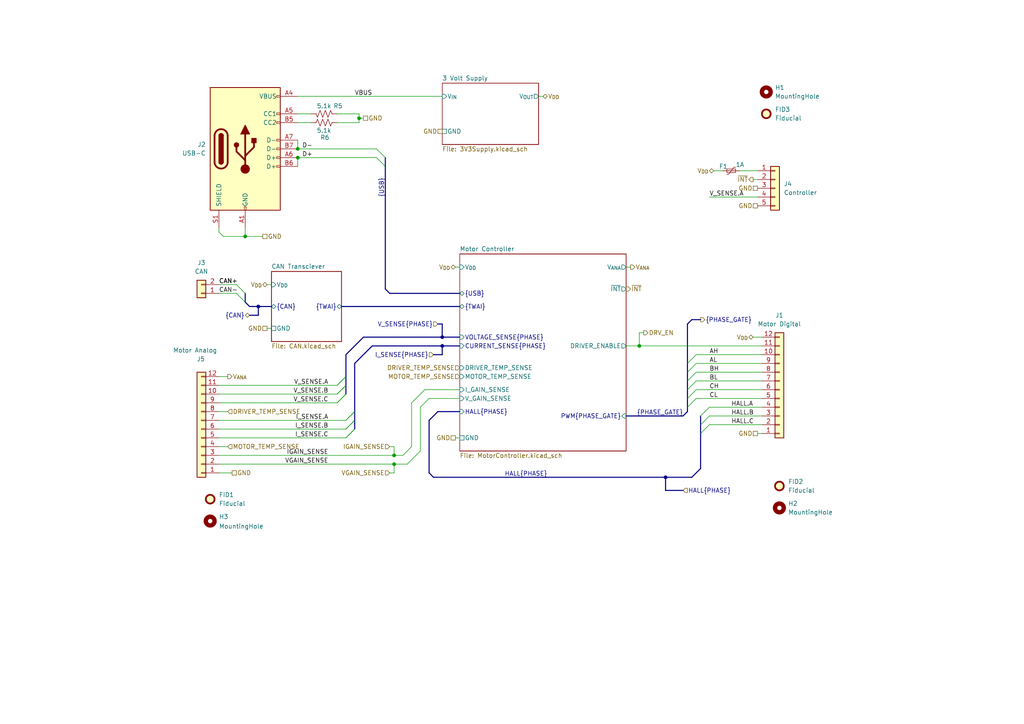
<source format=kicad_sch>
(kicad_sch (version 20231120) (generator "eeschema") (generator_version "8.0")
  (paper "A4")
  (title_block (title "OpenMC") (date "2024-04-04") (rev "0.1.1") (company "Nebula Labs") (comment 1 "Author: Orion Serup") (comment 2 "CC BY-SA"))
  (lib_symbols
    (symbol "Connector:USB_C_Receptacle_USB2.0_14P" (pin_names (offset 1.016))
      (property "Reference" "J" (at 0 22.225 0))
      (property "Value" "USB_C_Receptacle_USB2.0_14P" (at 0 19.685 0))
      (symbol "USB_C_Receptacle_USB2.0_14P_0_0"
        (rectangle (start -0.254 -17.78) (end 0.254 -16.764))
        (rectangle (start 10.16 -4.826) (end 9.144 -5.334))
        (rectangle (start 10.16 -2.286) (end 9.144 -2.794))
        (rectangle (start 10.16 0.254) (end 9.144 -0.254))
        (rectangle (start 10.16 2.794) (end 9.144 2.286))
        (rectangle (start 10.16 7.874) (end 9.144 7.366))
        (rectangle (start 10.16 10.414) (end 9.144 9.906))
        (rectangle (start 10.16 15.494) (end 9.144 14.986))
      )
      (symbol "USB_C_Receptacle_USB2.0_14P_0_1"
        (rectangle (start -10.16 17.78) (end 10.16 -17.78) (stroke (width 0.254)) (fill (type background)))
        (arc (start -8.89 -3.81) (mid -6.985 -5.7067) (end -5.08 -3.81) (stroke (width 0.508)))
        (arc (start -7.62 -3.81) (mid -6.985 -4.4423) (end -6.35 -3.81) (stroke (width 0.254)))
        (arc (start -7.62 -3.81) (mid -6.985 -4.4423) (end -6.35 -3.81) (stroke (width 0.254)) (fill (type outline)))
        (rectangle (start -7.62 -3.81) (end -6.35 3.81) (stroke (width 0.254)) (fill (type outline)))
        (arc (start -6.35 3.81) (mid -6.985 4.4423) (end -7.62 3.81) (stroke (width 0.254)))
        (arc (start -6.35 3.81) (mid -6.985 4.4423) (end -7.62 3.81) (stroke (width 0.254)) (fill (type outline)))
        (arc (start -5.08 3.81) (mid -6.985 5.7067) (end -8.89 3.81) (stroke (width 0.508)))
        (circle (center -2.54 1.143) (radius 0.635) (stroke (width 0.254)) (fill (type outline)))
        (circle (center 0 -5.842) (radius 1.27) (fill (type outline)))
        (polyline (pts (xy -8.89 -3.81) (xy -8.89 3.81)) (stroke (width 0.508)))
        (polyline (pts (xy -5.08 3.81) (xy -5.08 -3.81)) (stroke (width 0.508)))
        (polyline (pts (xy 0 -5.842) (xy 0 4.318)) (stroke (width 0.508)))
        (polyline (pts (xy 0 -3.302) (xy -2.54 -0.762) (xy -2.54 0.508)) (stroke (width 0.508)))
        (polyline (pts (xy 0 -2.032) (xy 2.54 0.508) (xy 2.54 1.778)) (stroke (width 0.508)))
        (polyline (pts (xy -1.27 4.318) (xy 0 6.858) (xy 1.27 4.318) (xy -1.27 4.318)) (stroke (width 0.254)) (fill (type outline)))
        (rectangle (start 1.905 1.778) (end 3.175 3.048) (stroke (width 0.254)) (fill (type outline)))
      )
      (symbol "USB_C_Receptacle_USB2.0_14P_1_1"
        (pin passive line (at 0 -22.86 90) (length 5.08) (name "GND") (number "A1"))
        (pin passive line (at 0 -22.86 90) (length 5.08) hide (name "GND") (number "A12"))
        (pin passive line (at 15.24 15.24 180) (length 5.08) (name "VBUS") (number "A4"))
        (pin bidirectional line (at 15.24 10.16 180) (length 5.08) (name "CC1") (number "A5"))
        (pin bidirectional line (at 15.24 -2.54 180) (length 5.08) (name "D+") (number "A6"))
        (pin bidirectional line (at 15.24 2.54 180) (length 5.08) (name "D-") (number "A7"))
        (pin passive line (at 15.24 15.24 180) (length 5.08) hide (name "VBUS") (number "A9"))
        (pin passive line (at 0 -22.86 90) (length 5.08) hide (name "GND") (number "B1"))
        (pin passive line (at 0 -22.86 90) (length 5.08) hide (name "GND") (number "B12"))
        (pin passive line (at 15.24 15.24 180) (length 5.08) hide (name "VBUS") (number "B4"))
        (pin bidirectional line (at 15.24 7.62 180) (length 5.08) (name "CC2") (number "B5"))
        (pin bidirectional line (at 15.24 -5.08 180) (length 5.08) (name "D+") (number "B6"))
        (pin bidirectional line (at 15.24 0 180) (length 5.08) (name "D-") (number "B7"))
        (pin passive line (at 15.24 15.24 180) (length 5.08) hide (name "VBUS") (number "B9"))
        (pin passive line (at -7.62 -22.86 90) (length 5.08) (name "SHIELD") (number "S1"))
      )
    )
    (symbol "Connector_Generic:Conn_01x02" (pin_names (offset 1.016) hide)
      (property "Reference" "J" (at 0 2.54 0))
      (property "Value" "Conn_01x02" (at 0 -5.08 0))
      (symbol "Conn_01x02_1_1"
        (rectangle (start -1.27 -2.413) (end 0 -2.667) (stroke (width 0.1524)))
        (rectangle (start -1.27 0.127) (end 0 -0.127) (stroke (width 0.1524)))
        (rectangle (start -1.27 1.27) (end 1.27 -3.81) (stroke (width 0.254)) (fill (type background)))
        (pin passive line (at -5.08 0 0) (length 3.81) (name "Pin_1") (number "1"))
        (pin passive line (at -5.08 -2.54 0) (length 3.81) (name "Pin_2") (number "2"))
      )
    )
    (symbol "Connector_Generic:Conn_01x05" (pin_names (offset 1.016) hide)
      (property "Reference" "J" (at 0 7.62 0))
      (property "Value" "Conn_01x05" (at 0 -7.62 0))
      (symbol "Conn_01x05_1_1"
        (rectangle (start -1.27 -4.953) (end 0 -5.207) (stroke (width 0.1524)))
        (rectangle (start -1.27 -2.413) (end 0 -2.667) (stroke (width 0.1524)))
        (rectangle (start -1.27 0.127) (end 0 -0.127) (stroke (width 0.1524)))
        (rectangle (start -1.27 2.667) (end 0 2.413) (stroke (width 0.1524)))
        (rectangle (start -1.27 5.207) (end 0 4.953) (stroke (width 0.1524)))
        (rectangle (start -1.27 6.35) (end 1.27 -6.35) (stroke (width 0.254)) (fill (type background)))
        (pin passive line (at -5.08 5.08 0) (length 3.81) (name "Pin_1") (number "1"))
        (pin passive line (at -5.08 2.54 0) (length 3.81) (name "Pin_2") (number "2"))
        (pin passive line (at -5.08 0 0) (length 3.81) (name "Pin_3") (number "3"))
        (pin passive line (at -5.08 -2.54 0) (length 3.81) (name "Pin_4") (number "4"))
        (pin passive line (at -5.08 -5.08 0) (length 3.81) (name "Pin_5") (number "5"))
      )
    )
    (symbol "Connector_Generic:Conn_01x12" (pin_names (offset 1.016) hide)
      (property "Reference" "J" (at 0 15.24 0))
      (property "Value" "Conn_01x12" (at 0 -17.78 0))
      (symbol "Conn_01x12_1_1"
        (rectangle (start -1.27 -15.113) (end 0 -15.367) (stroke (width 0.1524)))
        (rectangle (start -1.27 -12.573) (end 0 -12.827) (stroke (width 0.1524)))
        (rectangle (start -1.27 -10.033) (end 0 -10.287) (stroke (width 0.1524)))
        (rectangle (start -1.27 -7.493) (end 0 -7.747) (stroke (width 0.1524)))
        (rectangle (start -1.27 -4.953) (end 0 -5.207) (stroke (width 0.1524)))
        (rectangle (start -1.27 -2.413) (end 0 -2.667) (stroke (width 0.1524)))
        (rectangle (start -1.27 0.127) (end 0 -0.127) (stroke (width 0.1524)))
        (rectangle (start -1.27 2.667) (end 0 2.413) (stroke (width 0.1524)))
        (rectangle (start -1.27 5.207) (end 0 4.953) (stroke (width 0.1524)))
        (rectangle (start -1.27 7.747) (end 0 7.493) (stroke (width 0.1524)))
        (rectangle (start -1.27 10.287) (end 0 10.033) (stroke (width 0.1524)))
        (rectangle (start -1.27 12.827) (end 0 12.573) (stroke (width 0.1524)))
        (rectangle (start -1.27 13.97) (end 1.27 -16.51) (stroke (width 0.254)) (fill (type background)))
        (pin passive line (at -5.08 12.7 0) (length 3.81) (name "Pin_1") (number "1"))
        (pin passive line (at -5.08 -10.16 0) (length 3.81) (name "Pin_10") (number "10"))
        (pin passive line (at -5.08 -12.7 0) (length 3.81) (name "Pin_11") (number "11"))
        (pin passive line (at -5.08 -15.24 0) (length 3.81) (name "Pin_12") (number "12"))
        (pin passive line (at -5.08 10.16 0) (length 3.81) (name "Pin_2") (number "2"))
        (pin passive line (at -5.08 7.62 0) (length 3.81) (name "Pin_3") (number "3"))
        (pin passive line (at -5.08 5.08 0) (length 3.81) (name "Pin_4") (number "4"))
        (pin passive line (at -5.08 2.54 0) (length 3.81) (name "Pin_5") (number "5"))
        (pin passive line (at -5.08 0 0) (length 3.81) (name "Pin_6") (number "6"))
        (pin passive line (at -5.08 -2.54 0) (length 3.81) (name "Pin_7") (number "7"))
        (pin passive line (at -5.08 -5.08 0) (length 3.81) (name "Pin_8") (number "8"))
        (pin passive line (at -5.08 -7.62 0) (length 3.81) (name "Pin_9") (number "9"))
      )
    )
    (symbol "Device:Polyfuse_Small" (pin_numbers hide) (pin_names (offset 0))
      (property "Reference" "F" (at -1.905 0 90))
      (property "Value" "Polyfuse_Small" (at 1.905 0 90))
      (symbol "Polyfuse_Small_0_1"
        (rectangle (start -0.508 1.27) (end 0.508 -1.27))
        (polyline (pts (xy 0 2.54) (xy 0 -2.54)))
        (polyline (pts (xy -1.016 1.27) (xy -1.016 0.762) (xy 1.016 -0.762) (xy 1.016 -1.27)))
      )
      (symbol "Polyfuse_Small_1_1"
        (pin passive line (at 0 2.54 270) (length 0.635) (name "~") (number "1"))
        (pin passive line (at 0 -2.54 90) (length 0.635) (name "~") (number "2"))
      )
    )
    (symbol "Device:R_US" (pin_numbers hide) (pin_names (offset 0))
      (property "Reference" "R" (at 2.54 0 90))
      (property "Value" "R_US" (at -2.54 0 90))
      (symbol "R_US_0_1"
        (polyline (pts (xy 0 -2.286) (xy 0 -2.54)))
        (polyline (pts (xy 0 2.286) (xy 0 2.54)))
        (polyline (pts (xy 0 -0.762) (xy 1.016 -1.143) (xy 0 -1.524) (xy -1.016 -1.905) (xy 0 -2.286)))
        (polyline (pts (xy 0 0.762) (xy 1.016 0.381) (xy 0 0) (xy -1.016 -0.381) (xy 0 -0.762)))
        (polyline (pts (xy 0 2.286) (xy 1.016 1.905) (xy 0 1.524) (xy -1.016 1.143) (xy 0 0.762)))
      )
      (symbol "R_US_1_1"
        (pin passive line (at 0 3.81 270) (length 1.27) (name "~") (number "1"))
        (pin passive line (at 0 -3.81 90) (length 1.27) (name "~") (number "2"))
      )
    )
    (symbol "Mechanical:Fiducial" (exclude_from_sim yes) (in_bom no)
      (property "Reference" "FID" (at 0 5.08 0))
      (property "Value" "Fiducial" (at 0 3.175 0))
      (symbol "Fiducial_0_1"
        (circle (center 0 0) (radius 1.27) (stroke (width 0.508)) (fill (type background)))
      )
    )
    (symbol "Mechanical:MountingHole" (pin_names (offset 1.016)) (exclude_from_sim yes) (in_bom no)
      (property "Reference" "H" (at 0 5.08 0))
      (property "Value" "MountingHole" (at 0 3.175 0))
      (symbol "MountingHole_0_1"
        (circle (center 0 0) (radius 1.27) (stroke (width 1.27)))
      )
    )
  )
  (junction (at 128.27 97.79))
  (junction (at 104.14 34.29))
  (junction (at 128.27 100.33))
  (junction (at 114.3 134.62))
  (junction (at 86.36 43.18))
  (junction (at 185.42 100.33))
  (junction (at 86.36 45.72))
  (junction (at 71.12 68.58))
  (junction (at 193.04 138.43))
  (junction (at 114.3 132.08))
  (junction (at 74.93 88.9))
  (bus_entry (at 203.2 125.73) (size 2.54 -2.54))
  (bus_entry (at 102.87 121.92) (size -2.54 2.54))
  (bus_entry (at 71.12 87.63) (size -2.54 -2.54))
  (bus_entry (at 199.39 113.03) (size 2.54 -2.54))
  (bus_entry (at 100.33 109.22) (size -2.54 2.54))
  (bus_entry (at 203.2 120.65) (size 2.54 -2.54))
  (bus_entry (at 199.39 107.95) (size 2.54 -2.54))
  (bus_entry (at 102.87 119.38) (size -2.54 2.54))
  (bus_entry (at 102.87 124.46) (size -2.54 2.54))
  (bus_entry (at 199.39 115.57) (size 2.54 -2.54))
  (bus_entry (at 100.33 109.22) (size -2.54 2.54))
  (bus_entry (at 100.33 114.3) (size -2.54 2.54))
  (bus_entry (at 111.76 48.26) (size -2.54 -2.54))
  (bus_entry (at 100.33 111.76) (size -2.54 2.54))
  (bus_entry (at 100.33 114.3) (size -2.54 2.54))
  (bus_entry (at 102.87 119.38) (size -2.54 2.54))
  (bus_entry (at 102.87 124.46) (size -2.54 2.54))
  (bus_entry (at 100.33 111.76) (size -2.54 2.54))
  (bus_entry (at 71.12 85.09) (size -2.54 -2.54))
  (bus_entry (at 199.39 105.41) (size 2.54 -2.54))
  (bus_entry (at 102.87 121.92) (size -2.54 2.54))
  (bus_entry (at 199.39 118.11) (size 2.54 -2.54))
  (bus_entry (at 203.2 123.19) (size 2.54 -2.54))
  (bus_entry (at 111.76 45.72) (size -2.54 -2.54))
  (bus_entry (at 199.39 110.49) (size 2.54 -2.54))
  (wire (pts (xy 86.36 27.94) (xy 128.27 27.94)))
  (bus (pts (xy 128.27 100.33) (xy 128.27 102.87)))
  (bus (pts (xy 72.39 88.9) (xy 71.12 87.63)))
  (bus (pts (xy 199.39 115.57) (xy 199.39 118.11)))
  (wire (pts (xy 124.46 115.57) (xy 133.35 115.57)))
  (wire (pts (xy 97.79 111.76) (xy 63.5 111.76)))
  (wire (pts (xy 105.41 34.29) (xy 104.14 34.29)))
  (bus (pts (xy 71.12 85.09) (xy 71.12 87.63)))
  (bus (pts (xy 111.76 48.26) (xy 111.76 83.82)))
  (wire (pts (xy 97.79 116.84) (xy 63.5 116.84)))
  (wire (pts (xy 97.79 114.3) (xy 63.5 114.3)))
  (wire (pts (xy 181.61 77.47) (xy 182.88 77.47)))
  (wire (pts (xy 97.79 35.56) (xy 104.14 35.56)))
  (wire (pts (xy 63.5 66.04) (xy 63.5 67.31)))
  (wire (pts (xy 71.12 66.04) (xy 71.12 68.58)))
  (wire (pts (xy 63.5 121.92) (xy 100.33 121.92)))
  (bus (pts (xy 199.39 113.03) (xy 199.39 115.57)))
  (wire (pts (xy 181.61 100.33) (xy 185.42 100.33)))
  (bus (pts (xy 127 119.38) (xy 124.46 121.92)))
  (wire (pts (xy 207.01 49.53) (xy 209.55 49.53)))
  (wire (pts (xy 201.93 110.49) (xy 220.98 110.49)))
  (wire (pts (xy 201.93 107.95) (xy 220.98 107.95)))
  (wire (pts (xy 71.12 68.58) (xy 64.77 68.58)))
  (bus (pts (xy 199.39 118.11) (xy 199.39 119.38)))
  (wire (pts (xy 100.33 127) (xy 63.5 127)))
  (wire (pts (xy 86.36 45.72) (xy 109.22 45.72)))
  (bus (pts (xy 199.39 105.41) (xy 199.39 93.98)))
  (wire (pts (xy 156.21 27.94) (xy 157.48 27.94)))
  (wire (pts (xy 185.42 96.52) (xy 186.69 96.52)))
  (bus (pts (xy 199.39 110.49) (xy 199.39 113.03)))
  (bus (pts (xy 100.33 111.76) (xy 100.33 114.3)))
  (bus (pts (xy 72.39 91.44) (xy 74.93 91.44)))
  (bus (pts (xy 181.61 120.65) (xy 198.12 120.65)))
  (wire (pts (xy 114.3 129.54) (xy 113.03 129.54)))
  (wire (pts (xy 63.5 134.62) (xy 114.3 134.62)))
  (wire (pts (xy 63.5 132.08) (xy 114.3 132.08)))
  (bus (pts (xy 203.2 92.71) (xy 200.66 92.71)))
  (wire (pts (xy 124.46 115.57) (xy 121.92 118.11)))
  (wire (pts (xy 214.63 49.53) (xy 219.71 49.53)))
  (wire (pts (xy 64.77 68.58) (xy 63.5 67.31)))
  (wire (pts (xy 205.74 57.15) (xy 219.71 57.15)))
  (wire (pts (xy 86.36 43.18) (xy 109.22 43.18)))
  (wire (pts (xy 77.47 82.55) (xy 78.74 82.55)))
  (bus (pts (xy 193.04 138.43) (xy 193.04 142.24)))
  (bus (pts (xy 200.66 92.71) (xy 199.39 93.98)))
  (bus (pts (xy 72.39 88.9) (xy 74.93 88.9)))
  (wire (pts (xy 114.3 134.62) (xy 118.11 134.62)))
  (bus (pts (xy 105.41 97.79) (xy 100.33 102.87)))
  (bus (pts (xy 105.41 97.79) (xy 128.27 97.79)))
  (wire (pts (xy 205.74 120.65) (xy 220.98 120.65)))
  (wire (pts (xy 90.17 35.56) (xy 86.36 35.56)))
  (bus (pts (xy 199.39 107.95) (xy 199.39 110.49)))
  (bus (pts (xy 203.2 125.73) (xy 203.2 135.89)))
  (bus (pts (xy 102.87 105.41) (xy 102.87 119.38)))
  (wire (pts (xy 121.92 118.11) (xy 121.92 130.81)))
  (wire (pts (xy 201.93 115.57) (xy 220.98 115.57)))
  (wire (pts (xy 77.47 95.25) (xy 78.74 95.25)))
  (wire (pts (xy 114.3 134.62) (xy 114.3 137.16)))
  (wire (pts (xy 97.79 33.02) (xy 104.14 33.02)))
  (wire (pts (xy 201.93 113.03) (xy 220.98 113.03)))
  (bus (pts (xy 107.95 100.33) (xy 128.27 100.33)))
  (wire (pts (xy 66.04 119.38) (xy 63.5 119.38)))
  (wire (pts (xy 119.38 116.84) (xy 123.19 113.03)))
  (wire (pts (xy 76.2 68.58) (xy 71.12 68.58)))
  (wire (pts (xy 63.5 124.46) (xy 100.33 124.46)))
  (wire (pts (xy 116.84 132.08) (xy 119.38 129.54)))
  (wire (pts (xy 67.31 137.16) (xy 63.5 137.16)))
  (bus (pts (xy 200.66 138.43) (xy 203.2 135.89)))
  (wire (pts (xy 90.17 33.02) (xy 86.36 33.02)))
  (bus (pts (xy 102.87 121.92) (xy 102.87 124.46)))
  (bus (pts (xy 128.27 93.98) (xy 128.27 97.79)))
  (bus (pts (xy 203.2 120.65) (xy 203.2 123.19)))
  (wire (pts (xy 123.19 113.03) (xy 133.35 113.03)))
  (wire (pts (xy 185.42 100.33) (xy 220.98 100.33)))
  (wire (pts (xy 219.71 125.73) (xy 220.98 125.73)))
  (bus (pts (xy 125.73 138.43) (xy 193.04 138.43)))
  (wire (pts (xy 114.3 129.54) (xy 114.3 132.08)))
  (bus (pts (xy 99.06 88.9) (xy 133.35 88.9)))
  (bus (pts (xy 127 119.38) (xy 133.35 119.38)))
  (wire (pts (xy 121.92 130.81) (xy 118.11 134.62)))
  (wire (pts (xy 218.44 97.79) (xy 220.98 97.79)))
  (wire (pts (xy 63.5 129.54) (xy 66.04 129.54)))
  (bus (pts (xy 198.12 120.65) (xy 199.39 119.38)))
  (wire (pts (xy 185.42 96.52) (xy 185.42 100.33)))
  (wire (pts (xy 86.36 40.64) (xy 86.36 43.18)))
  (bus (pts (xy 128.27 97.79) (xy 133.35 97.79)))
  (bus (pts (xy 107.95 100.33) (xy 102.87 105.41)))
  (wire (pts (xy 63.5 82.55) (xy 68.58 82.55)))
  (wire (pts (xy 86.36 45.72) (xy 86.36 48.26)))
  (wire (pts (xy 201.93 102.87) (xy 220.98 102.87)))
  (wire (pts (xy 132.08 127) (xy 133.35 127)))
  (wire (pts (xy 63.5 109.22) (xy 66.04 109.22)))
  (bus (pts (xy 127 93.98) (xy 128.27 93.98)))
  (bus (pts (xy 133.35 100.33) (xy 128.27 100.33)))
  (bus (pts (xy 193.04 138.43) (xy 200.66 138.43)))
  (wire (pts (xy 104.14 34.29) (xy 104.14 35.56)))
  (bus (pts (xy 100.33 102.87) (xy 100.33 109.22)))
  (bus (pts (xy 125.73 102.87) (xy 128.27 102.87)))
  (bus (pts (xy 113.03 85.09) (xy 133.35 85.09)))
  (wire (pts (xy 63.5 85.09) (xy 68.58 85.09)))
  (bus (pts (xy 113.03 85.09) (xy 111.76 83.82)))
  (wire (pts (xy 205.74 118.11) (xy 220.98 118.11)))
  (wire (pts (xy 205.74 123.19) (xy 220.98 123.19)))
  (wire (pts (xy 132.08 77.47) (xy 133.35 77.47)))
  (wire (pts (xy 201.93 105.41) (xy 220.98 105.41)))
  (bus (pts (xy 100.33 109.22) (xy 100.33 111.76)))
  (bus (pts (xy 74.93 88.9) (xy 78.74 88.9)))
  (bus (pts (xy 102.87 119.38) (xy 102.87 121.92)))
  (bus (pts (xy 193.04 142.24) (xy 198.12 142.24)))
  (bus (pts (xy 74.93 88.9) (xy 74.93 91.44)))
  (wire (pts (xy 218.44 52.07) (xy 219.71 52.07)))
  (wire (pts (xy 114.3 132.08) (xy 116.84 132.08)))
  (bus (pts (xy 199.39 105.41) (xy 199.39 107.95)))
  (bus (pts (xy 111.76 45.72) (xy 111.76 48.26)))
  (bus (pts (xy 124.46 121.92) (xy 124.46 137.16)))
  (bus (pts (xy 124.46 137.16) (xy 125.73 138.43)))
  (wire (pts (xy 104.14 34.29) (xy 104.14 33.02)))
  (wire (pts (xy 119.38 129.54) (xy 119.38 116.84)))
  (wire (pts (xy 114.3 137.16) (xy 113.03 137.16)))
  (bus (pts (xy 203.2 123.19) (xy 203.2 125.73)))
  (label "D-" (at 87.63 43.18 0))
  (label "V_SENSE.B" (at 95.25 114.3 180))
  (label "CAN+" (at 63.5 82.55 0))
  (label "CL" (at 205.74 115.57 0))
  (label "V_SENSE.A" (at 205.74 57.15 0))
  (label "CH" (at 205.74 113.03 0))
  (label "HALL.B" (at 212.09 120.65 0))
  (label "I_SENSE.B" (at 95.25 124.46 180))
  (label "AL" (at 205.74 105.41 0))
  (label "I_SENSE.C" (at 95.25 127 180))
  (label "VBUS" (at 102.87 27.94 0))
  (label "D+" (at 87.63 45.72 0))
  (label "CAN+" (at 63.5 82.55 0))
  (label "VGAIN_SENSE" (at 95.25 134.62 180))
  (label "BH" (at 205.74 107.95 0))
  (label "BL" (at 205.74 110.49 0))
  (label "{USB}" (at 111.76 57.15 90))
  (label "HALL.C" (at 212.09 123.19 0))
  (label "{PHASE_GATE}" (at 198.12 120.65 180))
  (label "HALL{PHASE}" (at 158.75 138.43 180))
  (label "V_SENSE.C" (at 95.25 116.84 180))
  (label "AH" (at 205.74 102.87 0))
  (label "V_SENSE.A" (at 95.25 111.76 180))
  (label "HALL.A" (at 212.09 118.11 0))
  (label "CAN-" (at 63.5 85.09 0))
  (label "I_SENSE.A" (at 95.25 121.92 180))
  (label "IGAIN_SENSE" (at 95.25 132.08 180))
  (hierarchical_label "VGAIN_SENSE" (shape input) (at 113.03 137.16 180))
  (hierarchical_label "DRIVER_TEMP_SENSE" (shape input) (at 66.04 119.38 0))
  (hierarchical_label "~{INT}" (shape output) (at 218.44 52.07 180))
  (hierarchical_label "MOTOR_TEMP_SENSE" (shape input) (at 133.35 109.22 180))
  (hierarchical_label "GND" (shape passive) (at 77.47 95.25 180))
  (hierarchical_label "GND" (shape passive) (at 128.27 38.1 180))
  (hierarchical_label "DRIVER_TEMP_SENSE" (shape input) (at 133.35 106.68 180))
  (hierarchical_label "DRV_EN" (shape output) (at 186.69 96.52 0))
  (hierarchical_label "GND" (shape passive) (at 132.08 127 180))
  (hierarchical_label "V_{ANA}" (shape output) (at 182.88 77.47 0))
  (hierarchical_label "MOTOR_TEMP_SENSE" (shape input) (at 66.04 129.54 0))
  (hierarchical_label "V_{ANA}" (shape output) (at 66.04 109.22 0))
  (hierarchical_label "V_{DD}" (shape bidirectional) (at 218.44 97.79 180))
  (hierarchical_label "GND" (shape passive) (at 219.71 125.73 180))
  (hierarchical_label "V_SENSE{PHASE}" (shape input) (at 127 93.98 180))
  (hierarchical_label "GND" (shape passive) (at 219.71 59.69 180))
  (hierarchical_label "HALL{PHASE}" (shape input) (at 198.12 142.24 0))
  (hierarchical_label "GND" (shape passive) (at 219.71 54.61 180))
  (hierarchical_label "{CAN}" (shape bidirectional) (at 72.39 91.44 180))
  (hierarchical_label "~{INT}" (shape output) (at 181.61 83.82 0))
  (hierarchical_label "V_{DD}" (shape bidirectional) (at 77.47 82.55 180))
  (hierarchical_label "V_{DD}" (shape bidirectional) (at 132.08 77.47 180))
  (hierarchical_label "GND" (shape passive) (at 76.2 68.58 0))
  (hierarchical_label "V_{DD}" (shape bidirectional) (at 207.01 49.53 180))
  (hierarchical_label "GND" (shape passive) (at 67.31 137.16 0))
  (hierarchical_label "I_SENSE{PHASE}" (shape input) (at 125.73 102.87 180))
  (hierarchical_label "IGAIN_SENSE" (shape input) (at 113.03 129.54 180))
  (hierarchical_label "{PHASE_GATE}" (shape output) (at 203.2 92.71 0))
  (hierarchical_label "GND" (shape passive) (at 105.41 34.29 0))
  (hierarchical_label "V_{DD}" (shape bidirectional) (at 157.48 27.94 0))
  (symbol (lib_id "Device:R_US") (at 93.98 33.02 270) (mirror x) (unit 1)
    (property "Reference" "R5" (at 98.044 30.734 90))
    (property "Value" "5.1k" (at 93.98 30.734 90))
    (property "Footprint" "Resistor_SMD:R_0603_1608Metric" (effects (hide yes)))
    (property "Description" "Resistor, US symbol" (effects (hide yes)))
  )
  (symbol (lib_id "Mechanical:MountingHole") (at 60.96 151.13 0) (unit 1) (exclude_from_sim yes) (in_bom no)
    (property "Reference" "H3" (at 63.5 149.8599 0) (effects (justify left)))
    (property "Value" "MountingHole" (at 63.5 152.654 0) (effects (justify left)))
    (property "Footprint" "MountingHole:MountingHole_2.2mm_M2" (effects (hide yes)))
    (property "Description" "Mounting Hole without connection" (effects (hide yes)))
  )
  (symbol (lib_id "Mechanical:Fiducial") (at 60.96 144.78 0) (unit 1) (exclude_from_sim yes) (in_bom no)
    (property "Reference" "FID1" (at 63.5 143.5099 0) (effects (justify left)))
    (property "Value" "Fiducial" (at 63.5 146.0499 0) (effects (justify left)))
    (property "Footprint" "Fiducial:Fiducial_0.5mm_Mask1mm" (effects (hide yes)))
    (property "Description" "Fiducial Marker" (effects (hide yes)))
  )
  (symbol (lib_id "Device:Polyfuse_Small") (at 212.09 49.53 90) (unit 1)
    (property "Reference" "F1" (at 209.804 48.26 90))
    (property "Value" "1A" (at 214.63 47.752 90))
    (property "Footprint" "Fuse:Fuse_0603_1608Metric" (effects (hide yes)))
    (property "Description" "Resettable fuse, polymeric positive temperature coefficient, small symbol" (effects (hide yes)))
  )
  (symbol (lib_id "Connector_Generic:Conn_01x12") (at 226.06 113.03 0) (mirror x) (unit 1)
    (property "Reference" "J1" (at 226.06 91.44 0))
    (property "Value" "Motor Digital" (at 226.06 93.98 0))
    (property "Footprint" "Connector_JST:JST_SH_SM12B-SRSS-TB_1x12-1MP_P1.00mm_Horizontal" (effects (hide yes)))
    (property "Description" "Generic connector, single row, 01x12, script generated (kicad-library-utils/schlib/autogen/connector/)" (effects (hide yes)))
  )
  (symbol (lib_id "Mechanical:Fiducial") (at 226.06 140.97 0) (unit 1) (exclude_from_sim yes) (in_bom no)
    (property "Reference" "FID2" (at 228.6 139.6999 0) (effects (justify left)))
    (property "Value" "Fiducial" (at 228.6 142.2399 0) (effects (justify left)))
    (property "Footprint" "Fiducial:Fiducial_0.5mm_Mask1mm" (effects (hide yes)))
    (property "Description" "Fiducial Marker" (effects (hide yes)))
  )
  (symbol (lib_id "Connector:USB_C_Receptacle_USB2.0_14P") (at 71.12 43.18 0) (unit 1)
    (property "Reference" "J2" (at 59.69 41.9099 0) (effects (justify right)))
    (property "Value" "USB-C" (at 59.69 44.4499 0) (effects (justify right)))
    (property "Footprint" "Connector_USB:USB_C_Receptacle_GCT_USB4105-xx-A_16P_TopMnt_Horizontal" (effects (hide yes)))
    (property "Datasheet" "https://www.usb.org/sites/default/files/documents/usb_type-c.zip" (effects (hide yes)))
    (property "Description" "USB 2.0-only 14P Type-C Receptacle connector" (effects (hide yes)))
  )
  (symbol (lib_id "Mechanical:MountingHole") (at 226.06 147.32 0) (unit 1) (exclude_from_sim yes) (in_bom no)
    (property "Reference" "H2" (at 228.6 146.0499 0) (effects (justify left)))
    (property "Value" "MountingHole" (at 228.6 148.5899 0) (effects (justify left)))
    (property "Footprint" "MountingHole:MountingHole_2.2mm_M2" (effects (hide yes)))
    (property "Description" "Mounting Hole without connection" (effects (hide yes)))
  )
  (symbol (lib_id "Device:R_US") (at 93.98 35.56 270) (unit 1)
    (property "Reference" "R6" (at 94.234 39.878 90))
    (property "Value" "5.1k" (at 93.98 37.846 90))
    (property "Footprint" "Resistor_SMD:R_0603_1608Metric" (effects (hide yes)))
    (property "Description" "Resistor, US symbol" (effects (hide yes)))
  )
  (symbol (lib_id "Connector_Generic:Conn_01x02") (at 58.42 85.09 180) (unit 1)
    (property "Reference" "J3" (at 58.42 76.2 0))
    (property "Value" "CAN" (at 58.42 78.74 0))
    (property "Footprint" "Connector_JST:JST_SH_SM02B-SRSS-TB_1x02-1MP_P1.00mm_Horizontal" (effects (hide yes)))
    (property "Description" "Generic connector, single row, 01x02, script generated (kicad-library-utils/schlib/autogen/connector/)" (effects (hide yes)))
  )
  (symbol (lib_id "Mechanical:Fiducial") (at 222.25 33.02 0) (unit 1) (exclude_from_sim yes) (in_bom no)
    (property "Reference" "FID3" (at 224.79 31.7499 0) (effects (justify left)))
    (property "Value" "Fiducial" (at 224.79 34.2899 0) (effects (justify left)))
    (property "Footprint" "Fiducial:Fiducial_0.5mm_Mask1mm" (effects (hide yes)))
    (property "Description" "Fiducial Marker" (effects (hide yes)))
  )
  (symbol (lib_id "Connector_Generic:Conn_01x05") (at 224.79 54.61 0) (unit 1)
    (property "Reference" "J4" (at 227.33 53.3399 0) (effects (justify left)))
    (property "Value" "Controller" (at 227.33 55.8799 0) (effects (justify left)))
    (property "Footprint" "Connector_JST:JST_SH_SM05B-SRSS-TB_1x05-1MP_P1.00mm_Horizontal" (effects (hide yes)))
    (property "Description" "Generic connector, single row, 01x05, script generated (kicad-library-utils/schlib/autogen/connector/)" (effects (hide yes)))
  )
  (symbol (lib_id "Connector_Generic:Conn_01x12") (at 58.42 124.46 180) (unit 1)
    (property "Reference" "J5" (at 59.436 104.14 0) (effects (justify left)))
    (property "Value" "Motor Analog" (at 62.992 101.6 0) (effects (justify left)))
    (property "Footprint" "Connector_JST:JST_SH_SM12B-SRSS-TB_1x12-1MP_P1.00mm_Horizontal" (effects (hide yes)))
    (property "Description" "Generic connector, single row, 01x12, script generated (kicad-library-utils/schlib/autogen/connector/)" (effects (hide yes)))
  )
  (symbol (lib_id "Mechanical:MountingHole") (at 222.25 26.67 0) (unit 1) (exclude_from_sim yes) (in_bom no)
    (property "Reference" "H1" (at 224.79 25.3999 0) (effects (justify left)))
    (property "Value" "MountingHole" (at 224.79 27.9399 0) (effects (justify left)))
    (property "Footprint" "MountingHole:MountingHole_2.2mm_M2" (effects (hide yes)))
    (property "Description" "Mounting Hole without connection" (effects (hide yes)))
  )
  (sheet (at 128.27 24.13) (size 27.94 17.78) (stroke (width 0.1524))
    (property "Sheetname" "3 Volt Supply" (at 128.27 23.4184 0) (effects (justify left bottom)))
    (property "Sheetfile" "3V3Supply.kicad_sch" (at 128.27 42.4946 0) (effects (justify left top)))
    (pin "V_{IN}" input (at 128.27 27.94 180))
    (pin "GND" passive (at 128.27 38.1 180))
    (pin "V_{OUT}" output (at 156.21 27.94 0))
  )
  (sheet (at 133.35 73.66) (size 48.26 57.15) (stroke (width 0.1524))
    (property "Sheetname" "Motor Controller " (at 133.35 72.9484 0) (effects (justify left bottom)))
    (property "Sheetfile" "MotorController.kicad_sch" (at 133.35 131.3946 0) (effects (justify left top)))
    (pin "DRIVER_ENABLE" output (at 181.61 100.33 0))
    (pin "GND" passive (at 133.35 127 180))
    (pin "HALL{PHASE}" input (at 133.35 119.38 180))
    (pin "{USB}" bidirectional (at 133.35 85.09 180))
    (pin "PWM{PHASE_GATE}" input (at 181.61 120.65 0))
    (pin "V_{DD}" input (at 133.35 77.47 180))
    (pin "~{INT}" output (at 181.61 83.82 0))
    (pin "{TWAI}" bidirectional (at 133.35 88.9 180))
    (pin "V_GAIN_SENSE" input (at 133.35 115.57 180))
    (pin "I_GAIN_SENSE" input (at 133.35 113.03 180))
    (pin "DRIVER_TEMP_SENSE" input (at 133.35 106.68 180))
    (pin "MOTOR_TEMP_SENSE" input (at 133.35 109.22 180))
    (pin "CURRENT_SENSE{PHASE}" input (at 133.35 100.33 180))
    (pin "VOLTAGE_SENSE{PHASE}" input (at 133.35 97.79 180))
    (pin "V_{ANA}" output (at 181.61 77.47 0))
  )
  (sheet (at 78.74 78.74) (size 20.32 20.32) (stroke (width 0.1524))
    (property "Sheetname" "CAN Transciever" (at 78.74 78.0284 0) (effects (justify left bottom)))
    (property "Sheetfile" "CAN.kicad_sch" (at 78.74 99.6446 0) (effects (justify left top)))
    (pin "{TWAI}" bidirectional (at 99.06 88.9 0))
    (pin "V_{DD}" input (at 78.74 82.55 180))
    (pin "GND" passive (at 78.74 95.25 180))
    (pin "{CAN}" bidirectional (at 78.74 88.9 180))
  )
)
</source>
